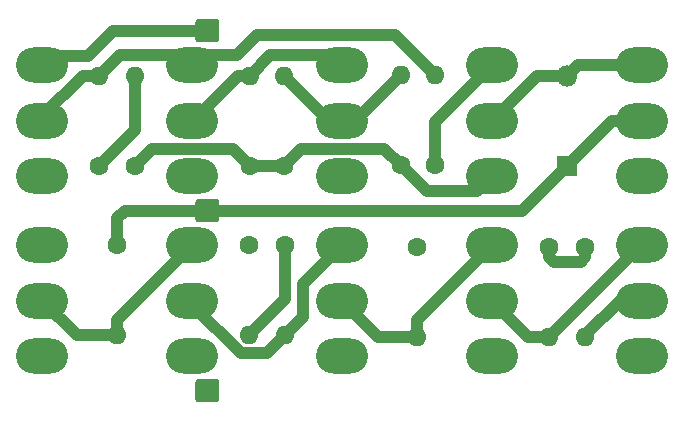
<source format=gbr>
%TF.GenerationSoftware,KiCad,Pcbnew,(5.1.9-0-10_14)*%
%TF.CreationDate,2021-04-30T00:14:49+02:00*%
%TF.ProjectId,CP-PP-miniEVsimulator,43502d50-502d-46d6-996e-69455673696d,rev?*%
%TF.SameCoordinates,Original*%
%TF.FileFunction,Copper,L1,Top*%
%TF.FilePolarity,Positive*%
%FSLAX46Y46*%
G04 Gerber Fmt 4.6, Leading zero omitted, Abs format (unit mm)*
G04 Created by KiCad (PCBNEW (5.1.9-0-10_14)) date 2021-04-30 00:14:49*
%MOMM*%
%LPD*%
G01*
G04 APERTURE LIST*
%TA.AperFunction,ComponentPad*%
%ADD10O,1.600000X1.600000*%
%TD*%
%TA.AperFunction,ComponentPad*%
%ADD11C,1.600000*%
%TD*%
%TA.AperFunction,ComponentPad*%
%ADD12O,4.400000X3.000000*%
%TD*%
%TA.AperFunction,ComponentPad*%
%ADD13R,1.800000X1.800000*%
%TD*%
%TA.AperFunction,ComponentPad*%
%ADD14O,1.800000X1.800000*%
%TD*%
%TA.AperFunction,Conductor*%
%ADD15C,1.000000*%
%TD*%
G04 APERTURE END LIST*
D10*
%TO.P,R4,2*%
%TO.N,Net-(R4-Pad2)*%
X131950000Y-128230000D03*
D11*
%TO.P,R4,1*%
%TO.N,Net-(R3-Pad1)*%
X131950000Y-135850000D03*
%TD*%
D12*
%TO.P,S10,2*%
%TO.N,Net-(R9-Pad2)*%
X152400000Y-142620000D03*
%TO.P,S10,1*%
%TO.N,Net-(R10-Pad2)*%
X152400000Y-147320000D03*
%TO.P,S10,3*%
%TO.N,Net-(S10-Pad3)*%
X152400000Y-152020000D03*
%TD*%
%TO.P,S9,2*%
%TO.N,Net-(R8-Pad2)*%
X139700000Y-142620000D03*
%TO.P,S9,1*%
%TO.N,Net-(R9-Pad2)*%
X139700000Y-147320000D03*
%TO.P,S9,3*%
%TO.N,Net-(S9-Pad3)*%
X139700000Y-152020000D03*
%TD*%
%TO.P,S8,2*%
%TO.N,Net-(R7-Pad2)*%
X127000000Y-142620000D03*
%TO.P,S8,1*%
%TO.N,Net-(R8-Pad2)*%
X127000000Y-147320000D03*
%TO.P,S8,3*%
%TO.N,Net-(S8-Pad3)*%
X127000000Y-152020000D03*
%TD*%
%TO.P,S7,2*%
%TO.N,Net-(R6-Pad2)*%
X114300000Y-142620000D03*
%TO.P,S7,1*%
%TO.N,Net-(R7-Pad2)*%
X114300000Y-147320000D03*
%TO.P,S7,3*%
%TO.N,Net-(S7-Pad3)*%
X114300000Y-152020000D03*
%TD*%
%TO.P,S6,2*%
%TO.N,/PP*%
X101600000Y-142620000D03*
%TO.P,S6,1*%
%TO.N,Net-(R6-Pad2)*%
X101600000Y-147320000D03*
%TO.P,S6,3*%
%TO.N,Net-(S6-Pad3)*%
X101600000Y-152020000D03*
%TD*%
D10*
%TO.P,R10,2*%
%TO.N,Net-(R10-Pad2)*%
X147574000Y-150368000D03*
D11*
%TO.P,R10,1*%
%TO.N,/PE*%
X147574000Y-142748000D03*
%TD*%
D10*
%TO.P,R9,2*%
%TO.N,Net-(R9-Pad2)*%
X144526000Y-150368000D03*
D11*
%TO.P,R9,1*%
%TO.N,/PE*%
X144526000Y-142748000D03*
%TD*%
D10*
%TO.P,R8,2*%
%TO.N,Net-(R8-Pad2)*%
X133350000Y-150368000D03*
D11*
%TO.P,R8,1*%
%TO.N,/PE*%
X133350000Y-142748000D03*
%TD*%
D10*
%TO.P,Ra7,2*%
%TO.N,Net-(R7-Pad1)*%
X119126000Y-150241000D03*
D11*
%TO.P,Ra7,1*%
%TO.N,/PE*%
X119126000Y-142621000D03*
%TD*%
D10*
%TO.P,R7,2*%
%TO.N,Net-(R7-Pad2)*%
X122174000Y-150241000D03*
D11*
%TO.P,R7,1*%
%TO.N,Net-(R7-Pad1)*%
X122174000Y-142621000D03*
%TD*%
D10*
%TO.P,R6,2*%
%TO.N,Net-(R6-Pad2)*%
X107950000Y-150241000D03*
D11*
%TO.P,R6,1*%
%TO.N,/PE*%
X107950000Y-142621000D03*
%TD*%
%TO.P,J3,1*%
%TO.N,/PP*%
%TA.AperFunction,ComponentPad*%
G36*
G01*
X116320000Y-155940000D02*
X114820000Y-155940000D01*
G75*
G02*
X114570000Y-155690000I0J250000D01*
G01*
X114570000Y-154190000D01*
G75*
G02*
X114820000Y-153940000I250000J0D01*
G01*
X116320000Y-153940000D01*
G75*
G02*
X116570000Y-154190000I0J-250000D01*
G01*
X116570000Y-155690000D01*
G75*
G02*
X116320000Y-155940000I-250000J0D01*
G01*
G37*
%TD.AperFunction*%
%TD*%
%TO.P,J1,1*%
%TO.N,/CP*%
%TA.AperFunction,ComponentPad*%
G36*
G01*
X116320000Y-125460000D02*
X114820000Y-125460000D01*
G75*
G02*
X114570000Y-125210000I0J250000D01*
G01*
X114570000Y-123710000D01*
G75*
G02*
X114820000Y-123460000I250000J0D01*
G01*
X116320000Y-123460000D01*
G75*
G02*
X116570000Y-123710000I0J-250000D01*
G01*
X116570000Y-125210000D01*
G75*
G02*
X116320000Y-125460000I-250000J0D01*
G01*
G37*
%TD.AperFunction*%
%TD*%
D13*
%TO.P,D5,1*%
%TO.N,/PE*%
X146050000Y-135890000D03*
D14*
%TO.P,D5,2*%
%TO.N,Net-(D5-Pad2)*%
X146050000Y-128270000D03*
%TD*%
D11*
%TO.P,R1,1*%
%TO.N,Net-(R1-Pad1)*%
X134850000Y-135870000D03*
D10*
%TO.P,R1,2*%
%TO.N,Net-(R1-Pad2)*%
X134850000Y-128250000D03*
%TD*%
D11*
%TO.P,R2,1*%
%TO.N,Net-(R2-Pad1)*%
X106426000Y-135890000D03*
D10*
%TO.P,R2,2*%
%TO.N,Net-(R1-Pad2)*%
X106426000Y-128270000D03*
%TD*%
D11*
%TO.P,Ra2,1*%
%TO.N,Net-(R3-Pad1)*%
X109410500Y-135890000D03*
D10*
%TO.P,Ra2,2*%
%TO.N,Net-(R2-Pad1)*%
X109410500Y-128270000D03*
%TD*%
D11*
%TO.P,R3,1*%
%TO.N,Net-(R3-Pad1)*%
X119150000Y-135890000D03*
D10*
%TO.P,R3,2*%
%TO.N,Net-(R3-Pad2)*%
X119150000Y-128270000D03*
%TD*%
D11*
%TO.P,Ra4,1*%
%TO.N,Net-(R3-Pad1)*%
X122100000Y-135890000D03*
D10*
%TO.P,Ra4,2*%
%TO.N,Net-(R4-Pad2)*%
X122100000Y-128270000D03*
%TD*%
%TO.P,J2,1*%
%TO.N,/PE*%
%TA.AperFunction,ComponentPad*%
G36*
G01*
X116320000Y-140700000D02*
X114820000Y-140700000D01*
G75*
G02*
X114570000Y-140450000I0J250000D01*
G01*
X114570000Y-138950000D01*
G75*
G02*
X114820000Y-138700000I250000J0D01*
G01*
X116320000Y-138700000D01*
G75*
G02*
X116570000Y-138950000I0J-250000D01*
G01*
X116570000Y-140450000D01*
G75*
G02*
X116320000Y-140700000I-250000J0D01*
G01*
G37*
%TD.AperFunction*%
%TD*%
D12*
%TO.P,S2,3*%
%TO.N,Net-(S2-Pad3)*%
X114300000Y-136780000D03*
%TO.P,S2,1*%
%TO.N,Net-(R3-Pad2)*%
X114300000Y-132080000D03*
%TO.P,S2,2*%
%TO.N,Net-(R1-Pad2)*%
X114300000Y-127380000D03*
%TD*%
%TO.P,S3,3*%
%TO.N,Net-(S3-Pad3)*%
X127000000Y-136780000D03*
%TO.P,S3,1*%
%TO.N,Net-(R4-Pad2)*%
X127000000Y-132080000D03*
%TO.P,S3,2*%
%TO.N,Net-(R3-Pad2)*%
X127000000Y-127380000D03*
%TD*%
%TO.P,S4,3*%
%TO.N,Net-(R3-Pad1)*%
X139700000Y-136780000D03*
%TO.P,S4,1*%
%TO.N,Net-(D5-Pad2)*%
X139700000Y-132080000D03*
%TO.P,S4,2*%
%TO.N,Net-(R1-Pad1)*%
X139700000Y-127380000D03*
%TD*%
%TO.P,S5,3*%
%TO.N,Net-(S5-Pad3)*%
X152400000Y-136780000D03*
%TO.P,S5,1*%
%TO.N,/PE*%
X152400000Y-132080000D03*
%TO.P,S5,2*%
%TO.N,Net-(D5-Pad2)*%
X152400000Y-127380000D03*
%TD*%
%TO.P,S1,3*%
%TO.N,Net-(S1-Pad3)*%
X101600000Y-136780000D03*
%TO.P,S1,1*%
%TO.N,Net-(R1-Pad2)*%
X101600000Y-132080000D03*
%TO.P,S1,2*%
%TO.N,/CP*%
X101600000Y-127380000D03*
%TD*%
D15*
%TO.N,/PE*%
X152400000Y-132080000D02*
X149860000Y-132080000D01*
X146050000Y-135890000D02*
X149860000Y-132080000D01*
X107950000Y-142621000D02*
X107950000Y-140335000D01*
X107950000Y-140335000D02*
X108585000Y-139700000D01*
X115570000Y-139700000D02*
X108585000Y-139700000D01*
X144526000Y-142621000D02*
X144526000Y-143637000D01*
X144526000Y-143637000D02*
X144907000Y-144018000D01*
X144907000Y-144018000D02*
X147193000Y-144018000D01*
X147574000Y-143637000D02*
X147574000Y-142621000D01*
X147193000Y-144018000D02*
X147574000Y-143637000D01*
X122174000Y-139700000D02*
X115570000Y-139700000D01*
X142240000Y-139700000D02*
X122174000Y-139700000D01*
X146050000Y-135890000D02*
X142240000Y-139700000D01*
%TO.N,/CP*%
X101600000Y-127380000D02*
X102361000Y-126619000D01*
X102380000Y-126600000D02*
X101600000Y-127380000D01*
X105450000Y-126600000D02*
X102380000Y-126600000D01*
X107590000Y-124460000D02*
X105450000Y-126600000D01*
X115570000Y-124460000D02*
X107590000Y-124460000D01*
%TO.N,Net-(D5-Pad2)*%
X143510000Y-128270000D02*
X139700000Y-132080000D01*
X146050000Y-128270000D02*
X143510000Y-128270000D01*
X146940000Y-127380000D02*
X146050000Y-128270000D01*
X152400000Y-127380000D02*
X146940000Y-127380000D01*
%TO.N,Net-(R1-Pad1)*%
X134850000Y-132230000D02*
X139700000Y-127380000D01*
X134850000Y-135870000D02*
X134850000Y-132230000D01*
%TO.N,Net-(R1-Pad2)*%
X134870000Y-128270000D02*
X134900000Y-128270000D01*
X101600000Y-132080000D02*
X101600000Y-131699000D01*
X115180000Y-126500000D02*
X114300000Y-127380000D01*
X118100000Y-126500000D02*
X115180000Y-126500000D01*
X119750000Y-124850000D02*
X118100000Y-126500000D01*
X131450000Y-124850000D02*
X119750000Y-124850000D01*
X134850000Y-128250000D02*
X131450000Y-124850000D01*
X108196000Y-126500000D02*
X113420000Y-126500000D01*
X113420000Y-126500000D02*
X114300000Y-127380000D01*
X106426000Y-128270000D02*
X108196000Y-126500000D01*
X101600000Y-131700000D02*
X101600000Y-132080000D01*
X105030000Y-128270000D02*
X101600000Y-131700000D01*
X106426000Y-128270000D02*
X105030000Y-128270000D01*
%TO.N,Net-(R2-Pad1)*%
X109410500Y-132905500D02*
X109410500Y-128270000D01*
X106426000Y-135890000D02*
X109410500Y-132905500D01*
%TO.N,Net-(R3-Pad1)*%
X117710000Y-134450000D02*
X119150000Y-135890000D01*
X110850500Y-134450000D02*
X117710000Y-134450000D01*
X109410500Y-135890000D02*
X110850500Y-134450000D01*
X119150000Y-135890000D02*
X122100000Y-135890000D01*
X130550000Y-134450000D02*
X131950000Y-135850000D01*
X123540000Y-134450000D02*
X130550000Y-134450000D01*
X122100000Y-135890000D02*
X123540000Y-134450000D01*
X131950000Y-135850000D02*
X134150000Y-138050000D01*
X138430000Y-138050000D02*
X139700000Y-136780000D01*
X134150000Y-138050000D02*
X138430000Y-138050000D01*
%TO.N,Net-(R3-Pad2)*%
X127000000Y-127380000D02*
X126112000Y-126492000D01*
X119150000Y-128270000D02*
X118130000Y-128270000D01*
X114320000Y-132080000D02*
X114300000Y-132080000D01*
X118130000Y-128270000D02*
X114320000Y-132080000D01*
X119150000Y-128270000D02*
X120920000Y-126500000D01*
X126120000Y-126500000D02*
X127000000Y-127380000D01*
X120920000Y-126500000D02*
X126120000Y-126500000D01*
%TO.N,Net-(R4-Pad2)*%
X125910000Y-132080000D02*
X122100000Y-128270000D01*
X127000000Y-132080000D02*
X125910000Y-132080000D01*
X128100000Y-132080000D02*
X131950000Y-128230000D01*
X127000000Y-132080000D02*
X128100000Y-132080000D01*
%TO.N,Net-(R6-Pad2)*%
X107950000Y-148970000D02*
X114300000Y-142620000D01*
X107950000Y-150241000D02*
X107950000Y-148970000D01*
X104521000Y-150241000D02*
X101600000Y-147320000D01*
X107950000Y-150241000D02*
X104521000Y-150241000D01*
%TO.N,Net-(R7-Pad2)*%
X123698000Y-148717000D02*
X122174000Y-150241000D01*
X123698000Y-145922000D02*
X123698000Y-148717000D01*
X127000000Y-142620000D02*
X123698000Y-145922000D01*
X120623999Y-151791001D02*
X122174000Y-150241000D01*
X118381999Y-151791001D02*
X120623999Y-151791001D01*
X114300000Y-147709002D02*
X118381999Y-151791001D01*
X114300000Y-147320000D02*
X114300000Y-147709002D01*
%TO.N,Net-(R7-Pad1)*%
X122174000Y-147193000D02*
X122174000Y-142621000D01*
X119126000Y-150241000D02*
X122174000Y-147193000D01*
%TO.N,Net-(R8-Pad2)*%
X133350000Y-148970000D02*
X139700000Y-142620000D01*
X133350000Y-150368000D02*
X133350000Y-148970000D01*
X130048000Y-150368000D02*
X127000000Y-147320000D01*
X133350000Y-150368000D02*
X130048000Y-150368000D01*
%TO.N,Net-(R9-Pad2)*%
X142748000Y-150368000D02*
X139700000Y-147320000D01*
X144526000Y-150368000D02*
X142748000Y-150368000D01*
X152274000Y-142620000D02*
X152400000Y-142620000D01*
X144526000Y-150368000D02*
X152274000Y-142620000D01*
%TO.N,Net-(R10-Pad2)*%
X150495000Y-147320000D02*
X147574000Y-150241000D01*
X152400000Y-147320000D02*
X150495000Y-147320000D01*
%TD*%
M02*

</source>
